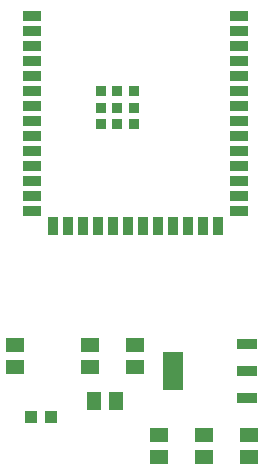
<source format=gtp>
G04 EAGLE Gerber RS-274X export*
G75*
%MOMM*%
%FSLAX34Y34*%
%LPD*%
%INSolderpaste Top*%
%IPPOS*%
%AMOC8*
5,1,8,0,0,1.08239X$1,22.5*%
G01*
%ADD10R,1.500000X1.300000*%
%ADD11R,1.300000X1.500000*%
%ADD12R,1.500000X0.900000*%
%ADD13R,0.900000X1.500000*%
%ADD14R,0.900000X0.900000*%
%ADD15R,1.750000X0.950000*%
%ADD16R,1.750000X3.200000*%
%ADD17R,1.000000X1.100000*%


D10*
X223520Y66700D03*
X223520Y85700D03*
X261620Y66700D03*
X261620Y85700D03*
X63500Y142900D03*
X63500Y161900D03*
X185420Y66700D03*
X185420Y85700D03*
D11*
X130200Y114300D03*
X149200Y114300D03*
D10*
X127000Y142900D03*
X127000Y161900D03*
X165100Y142900D03*
X165100Y161900D03*
D12*
X77600Y439700D03*
X77600Y427000D03*
X77600Y414300D03*
X77600Y401600D03*
X77600Y388900D03*
X77600Y376200D03*
X77600Y363500D03*
X77600Y350800D03*
X77600Y338100D03*
X77600Y325400D03*
X77600Y312700D03*
X77600Y300000D03*
X77600Y287300D03*
X77600Y274600D03*
D13*
X95250Y262100D03*
X107950Y262100D03*
X120650Y262100D03*
X133350Y262100D03*
X146050Y262100D03*
X158750Y262100D03*
X171450Y262100D03*
X184150Y262100D03*
X196850Y262100D03*
X209550Y262100D03*
X222250Y262100D03*
X234950Y262100D03*
D12*
X252600Y274600D03*
X252600Y287300D03*
X252600Y300000D03*
X252600Y312700D03*
X252600Y325400D03*
X252600Y338100D03*
X252600Y350800D03*
X252600Y363500D03*
X252600Y376200D03*
X252600Y388900D03*
X252600Y401600D03*
X252600Y414300D03*
X252600Y427000D03*
X252600Y439700D03*
D14*
X150100Y362500D03*
X150100Y376500D03*
X136100Y376500D03*
X136100Y362500D03*
X136100Y348500D03*
X150100Y348500D03*
X164100Y348500D03*
X164100Y362500D03*
X164100Y376500D03*
D15*
X260100Y116700D03*
X260100Y139700D03*
X260100Y162700D03*
D16*
X197100Y139700D03*
D17*
X76590Y100330D03*
X93590Y100330D03*
M02*

</source>
